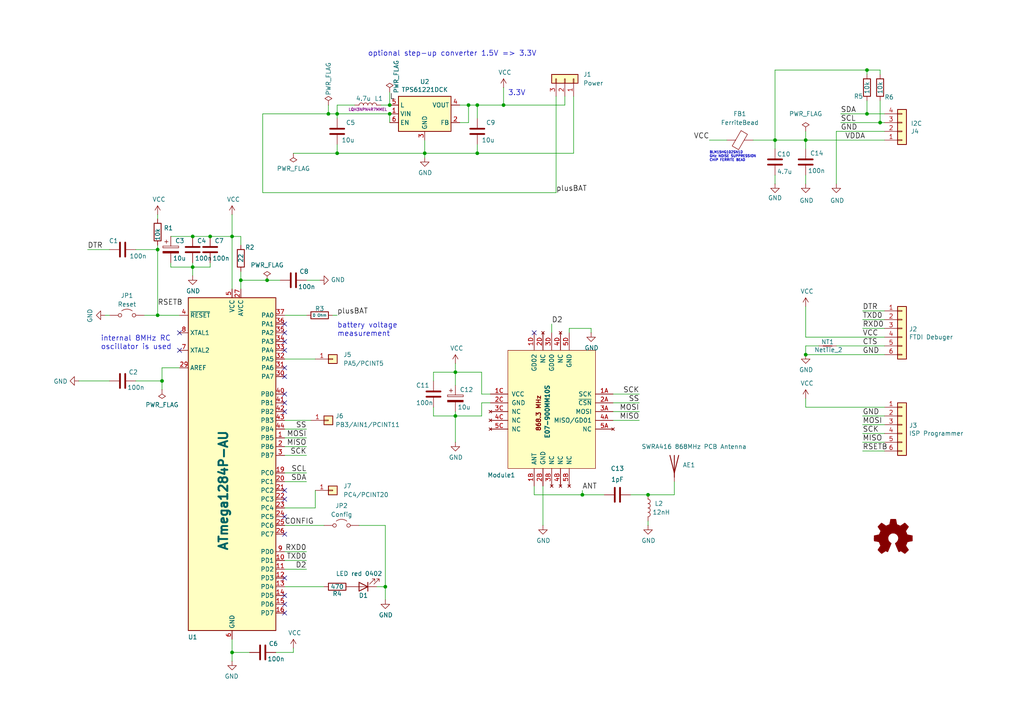
<source format=kicad_sch>
(kicad_sch (version 20231120) (generator "eeschema") (generator_version "8.0")
  (paper "A4")
  (title_block (title "HB_Stamp_ATMega1284P_FUEL4EP") (date "2024-09-29") (rev "1.4") (company "(C) FUEL4EP") (comment 1 "Creative Commons License, non-commercial") (comment 2 "PCB thickness: 0.8 mm") (comment 3 "ATMega1284P (TQFP)  with eByte E07 900MM10S transceiver module") (comment 4 "AsksinPP stamp module with PCB 868MHz SWRA416 antenna"))
  (lib_symbols
    (symbol "Connector_Generic:Conn_01x01" (pin_names (offset 1.016) hide)
      (property "Reference" "J" (at 0 2.54 0))
      (property "Value" "Conn_01x01" (at 0 -2.54 0))
      (symbol "Conn_01x01_1_1"
        (pin passive line (at -5.08 0 0) (length 3.81) (name "Pin_1") (number "1"))
      )
    )
    (symbol "Connector_Generic:Conn_01x03" (pin_names (offset 1.016) hide)
      (property "Reference" "J" (at 0 5.08 0))
      (property "Value" "Conn_01x03" (at 0 -5.08 0))
      (symbol "Conn_01x03_1_1"
        (pin passive line (at -5.08 2.54 0) (length 3.81) (name "Pin_1") (number "1"))
        (pin passive line (at -5.08 0 0) (length 3.81) (name "Pin_2") (number "2"))
        (pin passive line (at -5.08 -2.54 0) (length 3.81) (name "Pin_3") (number "3"))
      )
    )
    (symbol "Connector_Generic:Conn_01x04" (pin_names (offset 1.016) hide)
      (property "Reference" "J" (at 0 5.08 0))
      (property "Value" "Conn_01x04" (at 0 -7.62 0))
      (symbol "Conn_01x04_1_1"
        (pin passive line (at -5.08 2.54 0) (length 3.81) (name "Pin_1") (number "1"))
        (pin passive line (at -5.08 0 0) (length 3.81) (name "Pin_2") (number "2"))
        (pin passive line (at -5.08 -2.54 0) (length 3.81) (name "Pin_3") (number "3"))
        (pin passive line (at -5.08 -5.08 0) (length 3.81) (name "Pin_4") (number "4"))
      )
    )
    (symbol "Connector_Generic:Conn_01x06" (pin_names (offset 1.016) hide)
      (property "Reference" "J" (at 0 7.62 0))
      (property "Value" "Conn_01x06" (at 0 -10.16 0))
      (symbol "Conn_01x06_1_1"
        (pin passive line (at -5.08 5.08 0) (length 3.81) (name "Pin_1") (number "1"))
        (pin passive line (at -5.08 2.54 0) (length 3.81) (name "Pin_2") (number "2"))
        (pin passive line (at -5.08 0 0) (length 3.81) (name "Pin_3") (number "3"))
        (pin passive line (at -5.08 -2.54 0) (length 3.81) (name "Pin_4") (number "4"))
        (pin passive line (at -5.08 -5.08 0) (length 3.81) (name "Pin_5") (number "5"))
        (pin passive line (at -5.08 -7.62 0) (length 3.81) (name "Pin_6") (number "6"))
      )
    )
    (symbol "Device:Antenna" (pin_numbers hide) (pin_names (offset 1.016) hide)
      (property "Reference" "AE" (at -1.905 1.905 0))
      (property "Value" "Antenna" (at -1.905 0 0))
      (symbol "Antenna_1_1"
        (pin input line (at 0 -5.08 90) (length 2.54) (name "A") (number "1"))
      )
    )
    (symbol "Device:C" (pin_numbers hide) (pin_names (offset 0.254))
      (property "Reference" "C" (at 0.635 2.54 0))
      (property "Value" "C" (at 0.635 -2.54 0))
      (symbol "C_1_1"
        (pin passive line (at 0 3.81 270) (length 2.794) (name "~") (number "1"))
        (pin passive line (at 0 -3.81 90) (length 2.794) (name "~") (number "2"))
      )
    )
    (symbol "Device:C_Polarized" (pin_numbers hide) (pin_names (offset 0.254))
      (property "Reference" "C" (at 0.635 2.54 0))
      (property "Value" "C_Polarized" (at 0.635 -2.54 0))
      (symbol "C_Polarized_1_1"
        (pin passive line (at 0 3.81 270) (length 2.794) (name "~") (number "1"))
        (pin passive line (at 0 -3.81 90) (length 2.794) (name "~") (number "2"))
      )
    )
    (symbol "Device:FerriteBead" (pin_numbers hide) (pin_names (offset 0))
      (property "Reference" "FB" (at -3.81 0.635 90))
      (property "Value" "FerriteBead" (at 3.81 0 90))
      (symbol "FerriteBead_1_1"
        (pin passive line (at 0 3.81 270) (length 2.54) (name "~") (number "1"))
        (pin passive line (at 0 -3.81 90) (length 2.54) (name "~") (number "2"))
      )
    )
    (symbol "Device:L" (pin_numbers hide) (pin_names (offset 1.016) hide)
      (property "Reference" "L" (at -1.27 0 90))
      (property "Value" "L" (at 1.905 0 90))
      (symbol "L_1_1"
        (pin passive line (at 0 3.81 270) (length 1.27) (name "1") (number "1"))
        (pin passive line (at 0 -3.81 90) (length 1.27) (name "2") (number "2"))
      )
    )
    (symbol "Device:LED" (pin_numbers hide) (pin_names (offset 1.016) hide)
      (property "Reference" "D" (at 0 2.54 0))
      (property "Value" "LED" (at 0 -2.54 0))
      (symbol "LED_1_1"
        (pin passive line (at -3.81 0 0) (length 2.54) (name "K") (number "1"))
        (pin passive line (at 3.81 0 180) (length 2.54) (name "A") (number "2"))
      )
    )
    (symbol "Device:NetTie_2" (pin_numbers hide) (pin_names (offset 0) hide) (in_bom no)
      (property "Reference" "NT" (at 0 1.27 0))
      (property "Value" "NetTie_2" (at 0 -1.27 0))
      (symbol "NetTie_2_1_1"
        (pin passive line (at -2.54 0 0) (length 2.54) (name "1") (number "1"))
        (pin passive line (at 2.54 0 180) (length 2.54) (name "2") (number "2"))
      )
    )
    (symbol "Device:R" (pin_numbers hide) (pin_names (offset 0))
      (property "Reference" "R" (at 2.032 0 90))
      (property "Value" "R" (at 0 0 90))
      (symbol "R_1_1"
        (pin passive line (at 0 3.81 270) (length 1.27) (name "~") (number "1"))
        (pin passive line (at 0 -3.81 90) (length 1.27) (name "~") (number "2"))
      )
    )
    (symbol "FUEL4EP:E07-900MM10S" (pin_names (offset 1.016))
      (property "Reference" "Module" (at 0.635 -1.905 0))
      (property "Value" "E07-900MM10S" (at 11.43 15.875 90))
      (symbol "E07-900MM10S_0_0"
        (text "868.3 MHz" (at 8.89 10.795 900) (effects (font (size 1.27 1.27) (bold yes)) (justify left)))
        (pin input line (at 30.48 21.59 180) (length 5.08) (name "SCK") (number "1A"))
        (pin output line (at 7.62 -5.08 90) (length 5.08) (name "ANT") (number "1B"))
        (pin output line (at 7.62 39.37 270) (length 5.08) (name "GD02") (number "1D"))
        (pin input line (at 30.48 19.05 180) (length 5.08) (name "~{CSN}") (number "2A"))
        (pin power_in line (at 10.16 -5.08 90) (length 5.08) (name "GND") (number "2B"))
        (pin power_in line (at -5.08 19.05 0) (length 5.08) (name "GND") (number "2C"))
        (pin input line (at 30.48 16.51 180) (length 5.08) (name "MOSI") (number "3A"))
        (pin no_connect line (at -5.08 16.51 0) (length 5.08) (name "NC") (number "3C"))
        (pin output line (at 12.7 39.37 270) (length 5.08) (name "GD00") (number "3D"))
        (pin tri_state line (at 30.48 13.97 180) (length 5.08) (name "MISO/GD01") (number "4A"))
      )
      (symbol "E07-900MM10S_1_1"
        (pin power_in line (at -5.08 21.59 0) (length 5.08) (name "VCC") (number "1C"))
        (pin no_connect line (at 10.16 39.37 270) (length 5.08) (name "NC") (number "2D"))
        (pin no_connect line (at 12.7 -5.08 90) (length 5.08) (name "NC") (number "3B"))
        (pin no_connect line (at 15.24 -5.08 90) (length 5.08) (name "NC") (number "4B"))
        (pin no_connect line (at -5.08 13.97 0) (length 5.08) (name "NC") (number "4C"))
        (pin no_connect line (at 15.24 39.37 270) (length 5.08) (name "NC") (number "4D"))
        (pin no_connect line (at 30.48 11.43 180) (length 5.08) (name "NC") (number "5A"))
        (pin no_connect line (at 17.78 -5.08 90) (length 5.08) (name "NC") (number "5B"))
        (pin no_connect line (at -5.08 11.43 0) (length 5.08) (name "NC") (number "5C"))
        (pin power_in line (at 17.78 39.37 270) (length 5.08) (name "GND") (number "5D"))
      )
    )
    (symbol "Graphic:Logo_Open_Hardware_Small" (in_bom no) (on_board no))
    (symbol "Jumper:Jumper_2_Open" (pin_numbers hide) (pin_names (offset 0) hide) (exclude_from_sim yes)
      (property "Reference" "JP" (at 0 2.794 0))
      (property "Value" "Jumper_2_Open" (at 0 -2.286 0))
      (symbol "Jumper_2_Open_1_1"
        (pin passive line (at -5.08 0 0) (length 2.54) (name "A") (number "1"))
        (pin passive line (at 5.08 0 180) (length 2.54) (name "B") (number "2"))
      )
    )
    (symbol "MCU_Microchip_ATmega:ATmega1284P-A"
      (property "Reference" "U" (at -12.7 49.53 0))
      (property "Value" "ATmega1284P-A" (at 2.54 -49.53 0))
      (symbol "ATmega1284P-A_1_1"
        (pin bidirectional line (at 15.24 7.62 180) (length 2.54) (name "PB5") (number "1"))
        (pin bidirectional line (at 15.24 -27.94 180) (length 2.54) (name "PD1") (number "10"))
        (pin bidirectional line (at 15.24 -30.48 180) (length 2.54) (name "PD2") (number "11"))
        (pin bidirectional line (at 15.24 -33.02 180) (length 2.54) (name "PD3") (number "12"))
        (pin bidirectional line (at 15.24 -35.56 180) (length 2.54) (name "PD4") (number "13"))
        (pin bidirectional line (at 15.24 -38.1 180) (length 2.54) (name "PD5") (number "14"))
        (pin bidirectional line (at 15.24 -40.64 180) (length 2.54) (name "PD6") (number "15"))
        (pin bidirectional line (at 15.24 -43.18 180) (length 2.54) (name "PD7") (number "16"))
        (pin passive line (at 0 50.8 270) (length 2.54) hide (name "VCC") (number "17"))
        (pin passive line (at 0 -50.8 90) (length 2.54) hide (name "GND") (number "18"))
        (pin bidirectional line (at 15.24 -2.54 180) (length 2.54) (name "PC0") (number "19"))
        (pin bidirectional line (at 15.24 5.08 180) (length 2.54) (name "PB6") (number "2"))
        (pin bidirectional line (at 15.24 -5.08 180) (length 2.54) (name "PC1") (number "20"))
        (pin bidirectional line (at 15.24 -7.62 180) (length 2.54) (name "PC2") (number "21"))
        (pin bidirectional line (at 15.24 -10.16 180) (length 2.54) (name "PC3") (number "22"))
        (pin bidirectional line (at 15.24 -12.7 180) (length 2.54) (name "PC4") (number "23"))
        (pin bidirectional line (at 15.24 -15.24 180) (length 2.54) (name "PC5") (number "24"))
        (pin bidirectional line (at 15.24 -17.78 180) (length 2.54) (name "PC6") (number "25"))
        (pin bidirectional line (at 15.24 -20.32 180) (length 2.54) (name "PC7") (number "26"))
        (pin power_in line (at 2.54 50.8 270) (length 2.54) (name "AVCC") (number "27"))
        (pin passive line (at 0 -50.8 90) (length 2.54) hide (name "GND") (number "28"))
        (pin passive line (at -15.24 27.94 0) (length 2.54) (name "AREF") (number "29"))
        (pin bidirectional line (at 15.24 2.54 180) (length 2.54) (name "PB7") (number "3"))
        (pin bidirectional line (at 15.24 25.4 180) (length 2.54) (name "PA7") (number "30"))
        (pin bidirectional line (at 15.24 27.94 180) (length 2.54) (name "PA6") (number "31"))
        (pin bidirectional line (at 15.24 30.48 180) (length 2.54) (name "PA5") (number "32"))
        (pin bidirectional line (at 15.24 33.02 180) (length 2.54) (name "PA4") (number "33"))
        (pin bidirectional line (at 15.24 35.56 180) (length 2.54) (name "PA3") (number "34"))
        (pin bidirectional line (at 15.24 38.1 180) (length 2.54) (name "PA2") (number "35"))
        (pin bidirectional line (at 15.24 40.64 180) (length 2.54) (name "PA1") (number "36"))
        (pin bidirectional line (at 15.24 43.18 180) (length 2.54) (name "PA0") (number "37"))
        (pin passive line (at 0 50.8 270) (length 2.54) hide (name "VCC") (number "38"))
        (pin passive line (at 0 -50.8 90) (length 2.54) hide (name "GND") (number "39"))
        (pin input line (at -15.24 43.18 0) (length 2.54) (name "~{RESET}") (number "4"))
        (pin bidirectional line (at 15.24 20.32 180) (length 2.54) (name "PB0") (number "40"))
        (pin bidirectional line (at 15.24 17.78 180) (length 2.54) (name "PB1") (number "41"))
        (pin bidirectional line (at 15.24 15.24 180) (length 2.54) (name "PB2") (number "42"))
        (pin bidirectional line (at 15.24 12.7 180) (length 2.54) (name "PB3") (number "43"))
        (pin bidirectional line (at 15.24 10.16 180) (length 2.54) (name "PB4") (number "44"))
        (pin power_in line (at 0 50.8 270) (length 2.54) (name "VCC") (number "5"))
        (pin power_in line (at 0 -50.8 90) (length 2.54) (name "GND") (number "6"))
        (pin output line (at -15.24 33.02 0) (length 2.54) (name "XTAL2") (number "7"))
        (pin input line (at -15.24 38.1 0) (length 2.54) (name "XTAL1") (number "8"))
        (pin bidirectional line (at 15.24 -25.4 180) (length 2.54) (name "PD0") (number "9"))
      )
    )
    (symbol "Regulator_Switching:TPS61221DCK"
      (property "Reference" "U" (at -7.62 6.35 0))
      (property "Value" "TPS61221DCK" (at 2.54 6.35 0))
      (symbol "TPS61221DCK_1_1"
        (pin power_in line (at -10.16 0 0) (length 2.54) (name "VIN") (number "1"))
        (pin input line (at 10.16 -2.54 180) (length 2.54) (name "FB") (number "2"))
        (pin power_in line (at 0 -7.62 90) (length 2.54) (name "GND") (number "3"))
        (pin power_out line (at 10.16 2.54 180) (length 2.54) (name "VOUT") (number "4"))
        (pin power_in line (at -10.16 2.54 0) (length 2.54) (name "L") (number "5"))
        (pin input line (at -10.16 -2.54 0) (length 2.54) (name "EN") (number "6"))
      )
    )
    (symbol "power:GND" (power) (pin_numbers hide) (pin_names (offset 0) hide)
      (property "Value" "GND" (at 0 -3.81 0))
      (symbol "GND_1_1"
        (pin power_in line (at 0 0 270) (length 0) (name "~") (number "1"))
      )
    )
    (symbol "power:PWR_FLAG" (power) (pin_numbers hide) (pin_names (offset 0) hide)
      (property "Value" "PWR_FLAG" (at 0 3.81 0))
      (symbol "PWR_FLAG_0_0"
        (pin power_out line (at 0 0 90) (length 0) (name "~") (number "1"))
      )
    )
    (symbol "power:VCC" (power) (pin_numbers hide) (pin_names (offset 0) hide)
      (property "Value" "VCC" (at 0 3.556 0))
      (symbol "VCC_1_1"
        (pin power_in line (at 0 0 90) (length 0) (name "~") (number "1"))
      )
    )
  )
  (junction (at 111.76 170.18))
  (junction (at 123.19 44.45))
  (junction (at 168.91 143.51))
  (junction (at 113.03 30.48))
  (junction (at 46.99 110.49))
  (junction (at 95.25 33.02))
  (junction (at 67.31 189.23))
  (junction (at 255.27 35.56))
  (junction (at 187.96 143.51))
  (junction (at 69.85 81.28))
  (junction (at 132.08 107.95))
  (junction (at 138.43 30.48))
  (junction (at 138.43 44.45))
  (junction (at 146.05 30.48))
  (junction (at 55.88 77.47))
  (junction (at 77.47 81.28))
  (junction (at 113.03 33.02))
  (junction (at 97.79 44.45))
  (junction (at 55.88 68.58))
  (junction (at 233.68 102.87))
  (junction (at 135.89 30.48))
  (junction (at 132.08 120.65))
  (junction (at 97.79 33.02))
  (junction (at 233.68 40.64))
  (junction (at 45.72 72.39))
  (junction (at 60.96 68.58))
  (junction (at 67.31 68.58))
  (junction (at 45.72 91.44))
  (junction (at 251.46 33.02))
  (junction (at 251.46 20.32))
  (junction (at 224.79 40.64))
  (no_connect (at 82.55 154.94))
  (no_connect (at 82.55 99.06))
  (no_connect (at 52.07 101.6))
  (no_connect (at 82.55 149.86))
  (no_connect (at 82.55 175.26))
  (no_connect (at 82.55 116.84))
  (no_connect (at 154.94 96.52))
  (no_connect (at 82.55 101.6))
  (no_connect (at 82.55 142.24))
  (no_connect (at 82.55 119.38))
  (no_connect (at 82.55 109.22))
  (no_connect (at 82.55 172.72))
  (no_connect (at 52.07 96.52))
  (no_connect (at 82.55 167.64))
  (no_connect (at 82.55 144.78))
  (no_connect (at 82.55 93.98))
  (no_connect (at 82.55 177.8))
  (no_connect (at 82.55 96.52))
  (no_connect (at 82.55 114.3))
  (no_connect (at 82.55 106.68))
  (wire (pts (xy 113.03 30.48) (xy 110.49 30.48)))
  (wire (pts (xy 104.14 152.4) (xy 111.76 152.4)))
  (wire (pts (xy 251.46 33.02) (xy 256.54 33.02)))
  (wire (pts (xy 233.68 38.1) (xy 233.68 40.64)))
  (wire (pts (xy 177.8 119.38) (xy 185.42 119.38)))
  (wire (pts (xy 31.75 72.39) (xy 25.4 72.39)))
  (wire (pts (xy 67.31 68.58) (xy 67.31 83.82)))
  (wire (pts (xy 39.37 110.49) (xy 46.99 110.49)))
  (wire (pts (xy 82.55 165.1) (xy 88.9 165.1)))
  (wire (pts (xy 132.08 128.27) (xy 132.08 120.65)))
  (wire (pts (xy 97.79 33.02) (xy 95.25 33.02)))
  (wire (pts (xy 113.03 30.48) (xy 113.03 26.67)))
  (wire (pts (xy 45.72 71.12) (xy 45.72 72.39)))
  (wire (pts (xy 233.68 40.64) (xy 256.54 40.64)))
  (wire (pts (xy 138.43 44.45) (xy 138.43 41.91)))
  (wire (pts (xy 146.05 30.48) (xy 163.83 30.48)))
  (wire (pts (xy 125.73 107.95) (xy 125.73 110.49)))
  (wire (pts (xy 76.2 55.88) (xy 161.29 55.88)))
  (wire (pts (xy 69.85 81.28) (xy 69.85 83.82)))
  (wire (pts (xy 182.88 143.51) (xy 187.96 143.51)))
  (wire (pts (xy 82.55 124.46) (xy 88.9 124.46)))
  (wire (pts (xy 132.08 120.65) (xy 125.73 120.65)))
  (wire (pts (xy 91.44 142.24) (xy 91.44 147.32)))
  (wire (pts (xy 55.88 77.47) (xy 55.88 80.01)))
  (wire (pts (xy 177.8 114.3) (xy 185.42 114.3)))
  (wire (pts (xy 233.68 50.8) (xy 233.68 53.34)))
  (wire (pts (xy 233.68 97.79) (xy 233.68 88.9)))
  (wire (pts (xy 111.76 170.18) (xy 111.76 173.99)))
  (wire (pts (xy 82.55 162.56) (xy 88.9 162.56)))
  (wire (pts (xy 138.43 44.45) (xy 166.37 44.45)))
  (wire (pts (xy 81.28 81.28) (xy 77.47 81.28)))
  (wire (pts (xy 46.99 110.49) (xy 46.99 106.68)))
  (wire (pts (xy 171.45 95.25) (xy 171.45 96.52)))
  (wire (pts (xy 233.68 40.64) (xy 233.68 43.18)))
  (wire (pts (xy 256.54 128.27) (xy 250.19 128.27)))
  (wire (pts (xy 233.68 100.33) (xy 237.49 100.33)))
  (wire (pts (xy 97.79 44.45) (xy 123.19 44.45)))
  (wire (pts (xy 139.7 120.65) (xy 132.08 120.65)))
  (wire (pts (xy 67.31 68.58) (xy 69.85 68.58)))
  (wire (pts (xy 82.55 160.02) (xy 88.9 160.02)))
  (wire (pts (xy 139.7 107.95) (xy 132.08 107.95)))
  (wire (pts (xy 82.55 104.14) (xy 91.44 104.14)))
  (wire (pts (xy 95.25 30.48) (xy 95.25 33.02)))
  (wire (pts (xy 125.73 118.11) (xy 125.73 120.65)))
  (wire (pts (xy 168.91 142.24) (xy 168.91 143.51)))
  (wire (pts (xy 132.08 105.41) (xy 132.08 107.95)))
  (wire (pts (xy 49.53 76.2) (xy 49.53 77.47)))
  (wire (pts (xy 256.54 95.25) (xy 250.19 95.25)))
  (wire (pts (xy 255.27 20.32) (xy 255.27 21.59)))
  (wire (pts (xy 97.79 33.02) (xy 113.03 33.02)))
  (wire (pts (xy 123.19 44.45) (xy 138.43 44.45)))
  (wire (pts (xy 256.54 118.11) (xy 233.68 118.11)))
  (wire (pts (xy 97.79 33.02) (xy 97.79 34.29)))
  (wire (pts (xy 97.79 30.48) (xy 102.87 30.48)))
  (wire (pts (xy 139.7 116.84) (xy 139.7 120.65)))
  (wire (pts (xy 67.31 185.42) (xy 67.31 189.23)))
  (wire (pts (xy 109.22 170.18) (xy 111.76 170.18)))
  (wire (pts (xy 113.03 35.56) (xy 113.03 33.02)))
  (wire (pts (xy 255.27 35.56) (xy 256.54 35.56)))
  (wire (pts (xy 82.55 127) (xy 88.9 127)))
  (wire (pts (xy 82.55 129.54) (xy 88.9 129.54)))
  (wire (pts (xy 45.72 91.44) (xy 52.07 91.44)))
  (wire (pts (xy 187.96 143.51) (xy 195.58 143.51)))
  (wire (pts (xy 82.55 132.08) (xy 88.9 132.08)))
  (wire (pts (xy 157.48 140.97) (xy 157.48 152.4)))
  (wire (pts (xy 82.55 137.16) (xy 88.9 137.16)))
  (wire (pts (xy 67.31 62.23) (xy 67.31 68.58)))
  (wire (pts (xy 242.57 100.33) (xy 256.54 100.33)))
  (wire (pts (xy 205.74 40.64) (xy 210.82 40.64)))
  (wire (pts (xy 243.84 35.56) (xy 255.27 35.56)))
  (wire (pts (xy 142.24 114.3) (xy 139.7 114.3)))
  (wire (pts (xy 224.79 40.64) (xy 233.68 40.64)))
  (wire (pts (xy 132.08 107.95) (xy 125.73 107.95)))
  (wire (pts (xy 82.55 152.4) (xy 93.98 152.4)))
  (wire (pts (xy 41.91 91.44) (xy 45.72 91.44)))
  (wire (pts (xy 97.79 30.48) (xy 97.79 33.02)))
  (wire (pts (xy 224.79 20.32) (xy 251.46 20.32)))
  (wire (pts (xy 49.53 68.58) (xy 55.88 68.58)))
  (wire (pts (xy 165.1 95.25) (xy 171.45 95.25)))
  (wire (pts (xy 146.05 25.4) (xy 146.05 30.48)))
  (wire (pts (xy 187.96 151.13) (xy 187.96 152.4)))
  (wire (pts (xy 224.79 50.8) (xy 224.79 53.34)))
  (wire (pts (xy 242.57 38.1) (xy 242.57 53.34)))
  (wire (pts (xy 22.86 110.49) (xy 31.75 110.49)))
  (wire (pts (xy 163.83 30.48) (xy 163.83 27.94)))
  (wire (pts (xy 96.52 91.44) (xy 97.79 91.44)))
  (wire (pts (xy 46.99 106.68) (xy 52.07 106.68)))
  (wire (pts (xy 69.85 81.28) (xy 77.47 81.28)))
  (wire (pts (xy 80.01 189.23) (xy 85.09 189.23)))
  (wire (pts (xy 233.68 118.11) (xy 233.68 115.57)))
  (wire (pts (xy 251.46 20.32) (xy 255.27 20.32)))
  (wire (pts (xy 55.88 76.2) (xy 55.88 77.47)))
  (wire (pts (xy 93.98 170.18) (xy 82.55 170.18)))
  (wire (pts (xy 255.27 29.21) (xy 255.27 35.56)))
  (wire (pts (xy 138.43 30.48) (xy 138.43 34.29)))
  (wire (pts (xy 251.46 29.21) (xy 251.46 33.02)))
  (wire (pts (xy 69.85 71.12) (xy 69.85 68.58)))
  (wire (pts (xy 256.54 123.19) (xy 250.19 123.19)))
  (wire (pts (xy 135.89 35.56) (xy 135.89 30.48)))
  (wire (pts (xy 133.35 35.56) (xy 135.89 35.56)))
  (wire (pts (xy 154.94 140.97) (xy 154.94 143.51)))
  (wire (pts (xy 88.9 81.28) (xy 92.71 81.28)))
  (wire (pts (xy 218.44 40.64) (xy 224.79 40.64)))
  (wire (pts (xy 82.55 121.92) (xy 90.17 121.92)))
  (wire (pts (xy 55.88 68.58) (xy 60.96 68.58)))
  (wire (pts (xy 60.96 68.58) (xy 67.31 68.58)))
  (wire (pts (xy 175.26 143.51) (xy 168.91 143.51)))
  (wire (pts (xy 132.08 107.95) (xy 132.08 111.76)))
  (wire (pts (xy 67.31 189.23) (xy 72.39 189.23)))
  (wire (pts (xy 224.79 40.64) (xy 224.79 43.18)))
  (wire (pts (xy 111.76 152.4) (xy 111.76 170.18)))
  (wire (pts (xy 132.08 120.65) (xy 132.08 119.38)))
  (wire (pts (xy 39.37 72.39) (xy 45.72 72.39)))
  (wire (pts (xy 165.1 96.52) (xy 165.1 95.25)))
  (wire (pts (xy 46.99 113.03) (xy 46.99 110.49)))
  (wire (pts (xy 82.55 147.32) (xy 91.44 147.32)))
  (wire (pts (xy 195.58 139.7) (xy 195.58 143.51)))
  (wire (pts (xy 177.8 116.84) (xy 185.42 116.84)))
  (wire (pts (xy 256.54 90.17) (xy 250.19 90.17)))
  (wire (pts (xy 67.31 189.23) (xy 67.31 191.77)))
  (wire (pts (xy 135.89 30.48) (xy 133.35 30.48)))
  (wire (pts (xy 138.43 30.48) (xy 135.89 30.48)))
  (wire (pts (xy 161.29 55.88) (xy 161.29 27.94)))
  (wire (pts (xy 177.8 121.92) (xy 185.42 121.92)))
  (wire (pts (xy 243.84 33.02) (xy 251.46 33.02)))
  (wire (pts (xy 85.09 44.45) (xy 97.79 44.45)))
  (wire (pts (xy 97.79 44.45) (xy 97.79 41.91)))
  (wire (pts (xy 139.7 114.3) (xy 139.7 107.95)))
  (wire (pts (xy 123.19 40.64) (xy 123.19 44.45)))
  (wire (pts (xy 82.55 139.7) (xy 88.9 139.7)))
  (wire (pts (xy 256.54 92.71) (xy 250.19 92.71)))
  (wire (pts (xy 55.88 77.47) (xy 60.96 77.47)))
  (wire (pts (xy 256.54 125.73) (xy 250.19 125.73)))
  (wire (pts (xy 251.46 20.32) (xy 251.46 21.59)))
  (wire (pts (xy 142.24 116.84) (xy 139.7 116.84)))
  (wire (pts (xy 233.68 102.87) (xy 256.54 102.87)))
  (wire (pts (xy 85.09 189.23) (xy 85.09 187.96)))
  (wire (pts (xy 60.96 76.2) (xy 60.96 77.47)))
  (wire (pts (xy 76.2 55.88) (xy 76.2 33.02)))
  (wire (pts (xy 45.72 72.39) (xy 45.72 91.44)))
  (wire (pts (xy 49.53 77.47) (xy 55.88 77.47)))
  (wire (pts (xy 256.54 38.1) (xy 242.57 38.1)))
  (wire (pts (xy 45.72 62.23) (xy 45.72 63.5)))
  (wire (pts (xy 123.19 44.45) (xy 123.19 45.72)))
  (wire (pts (xy 256.54 130.81) (xy 250.19 130.81)))
  (wire (pts (xy 233.68 100.33) (xy 233.68 102.87)))
  (wire (pts (xy 224.79 40.64) (xy 224.79 20.32)))
  (wire (pts (xy 166.37 27.94) (xy 166.37 44.45)))
  (wire (pts (xy 30.48 91.44) (xy 31.75 91.44)))
  (wire (pts (xy 138.43 30.48) (xy 146.05 30.48)))
  (wire (pts (xy 168.91 143.51) (xy 154.94 143.51)))
  (wire (pts (xy 160.02 93.98) (xy 160.02 96.52)))
  (wire (pts (xy 69.85 78.74) (xy 69.85 81.28)))
  (wire (pts (xy 250.19 120.65) (xy 256.54 120.65)))
  (wire (pts (xy 76.2 33.02) (xy 95.25 33.02)))
  (wire (pts (xy 82.55 91.44) (xy 88.9 91.44)))
  (wire (pts (xy 233.68 97.79) (xy 256.54 97.79)))
  (text "battery voltage\nmeasurement" (at 97.79 97.79 0) (effects (font (size 1.524 1.524)) (justify left bottom)))
  (text "internal 8MHz RC\noscillator is used" (at 29.21 101.6 0) (effects (font (size 1.524 1.524)) (justify left bottom)))
  (text "BLM15HG102SN1D\nGHz NOISE SUPPRESSION\nCHIP FERRITE BEAD" (at 205.74 46.99 0) (effects (font (size 0.7 0.7)) (justify left bottom)))
  (text "3.3V" (at 147.32 27.94 0) (effects (font (size 1.524 1.524)) (justify left bottom)))
  (text "optional step-up converter 1.5V => 3.3V" (at 106.68 16.51 0) (effects (font (size 1.524 1.524)) (justify left bottom)))
  (label "SCL" (at 88.9 137.16 180) (effects (font (size 1.524 1.524))))
  (label "MOSI" (at 185.42 119.38 180) (effects (font (size 1.524 1.524))))
  (label "SS" (at 185.42 116.84 180) (effects (font (size 1.524 1.524))))
  (label "SDA" (at 88.9 139.7 180) (effects (font (size 1.524 1.524))))
  (label "VCC" (at 250.19 97.79 0) (effects (font (size 1.524 1.524))))
  (label "MOSI" (at 88.9 127 180) (effects (font (size 1.524 1.524))))
  (label "MISO" (at 185.42 121.92 180) (effects (font (size 1.524 1.524))))
  (label "D2" (at 88.9 165.1 180) (effects (font (size 1.524 1.524))))
  (label "D2" (at 160.02 93.98 0) (effects (font (size 1.524 1.524))))
  (label "SCK" (at 250.19 125.73 0) (effects (font (size 1.524 1.524))))
  (label "MISO" (at 250.19 128.27 0) (effects (font (size 1.524 1.524))))
  (label "DTR" (at 250.19 90.17 0) (effects (font (size 1.524 1.524))))
  (label "SCL" (at 243.84 35.56 0) (effects (font (size 1.524 1.524))))
  (label "VCC" (at 205.74 40.64 180) (effects (font (size 1.524 1.524))))
  (label "GND" (at 243.84 38.1 0) (effects (font (size 1.524 1.524))))
  (label "CONFIG" (at 82.55 152.4 0) (effects (font (size 1.524 1.524))))
  (label "VDDA" (at 245.11 40.64 0) (effects (font (size 1.524 1.524))))
  (label "SDA" (at 243.84 33.02 0) (effects (font (size 1.524 1.524))))
  (label "RSETB" (at 45.72 88.9 0) (effects (font (size 1.524 1.524))))
  (label "TXD0" (at 250.19 92.71 0) (effects (font (size 1.524 1.524))))
  (label "ANT" (at 168.91 142.24 0) (effects (font (size 1.524 1.524))))
  (label "CTS" (at 250.19 100.33 0) (effects (font (size 1.524 1.524))))
  (label "GND" (at 250.19 102.87 0) (effects (font (size 1.524 1.524))))
  (label "GND" (at 250.19 120.65 0) (effects (font (size 1.524 1.524))))
  (label "L" (at 113.03 29.21 0) (effects (font (size 1.524 1.524))))
  (label "plusBAT" (at 161.29 55.88 0) (effects (font (size 1.524 1.524))))
  (label "SS" (at 88.9 124.46 180) (effects (font (size 1.524 1.524))))
  (label "DTR" (at 25.4 72.39 0) (effects (font (size 1.524 1.524))))
  (label "MISO" (at 88.9 129.54 180) (effects (font (size 1.524 1.524))))
  (label "SCK" (at 185.42 114.3 180) (effects (font (size 1.524 1.524))))
  (label "TXD0" (at 88.9 162.56 180) (effects (font (size 1.524 1.524))))
  (label "MOSI" (at 250.19 123.19 0) (effects (font (size 1.524 1.524))))
  (label "RXD0" (at 88.9 160.02 180) (effects (font (size 1.524 1.524))))
  (label "RXD0" (at 250.19 95.25 0) (effects (font (size 1.524 1.524))))
  (label "plusBAT" (at 97.79 91.44 0) (effects (font (size 1.524 1.524))))
  (label "RSETB" (at 250.19 130.81 0) (effects (font (size 1.524 1.524))))
  (label "SCK" (at 88.9 132.08 180) (effects (font (size 1.524 1.524))))
  (symbol (lib_id "Device:LED") (at 105.41 170.18 180) (unit 1)
    (property "Reference" "D1" (at 105.41 172.72 0))
    (property "Value" "LED red 0402" (at 104.14 166.37 0))
    (property "Footprint" "LED_SMD:LED_0402_1005Metric" (effects (hide yes)))
    (property "Description" "Light emitting diode" (effects (hide yes)))
    (property "TYPE" "0402" (effects (hide yes)))
    (property "LCSC" "C273598" (effects (hide yes)))
  )
  (symbol (lib_id "Device:R") (at 97.79 170.18 90) (mirror x) (unit 1)
    (property "Reference" "R4" (at 97.79 172.212 90))
    (property "Value" "470" (at 97.79 170.18 90))
    (property "Footprint" "Resistor_SMD:R_0402_1005Metric" (effects (hide yes)))
    (property "Description" "Resistor" (effects (hide yes)))
    (property "TYPE" "0402" (effects (hide yes)))
    (property "LCSC" "C25117" (effects (hide yes)))
  )
  (symbol (lib_id "Connector_Generic:Conn_01x06") (at 261.62 123.19 0) (unit 1)
    (property "Reference" "J3" (at 263.652 123.3932 0) (effects (justify left)))
    (property "Value" "ISP Programmer" (at 263.652 125.7046 0) (effects (justify left)))
    (property "Footprint" "FUEL4EP:PogoPinHeader_SMD_1x06_P2.54mm_Vertical" (effects (hide yes)))
    (property "Description" "Generic connector, single row, 01x06, script generated (kicad-library-utils/schlib/autogen/connector/)" (effects (hide yes)))
    (property "TYPE" "0" (effects (hide yes)))
  )
  (symbol (lib_id "power:GND") (at 132.08 128.27 0) (unit 1)
    (property "Reference" "#PWR012" (effects (hide yes)))
    (property "Value" "GND" (at 132.207 132.6642 0))
    (property "Description" "Power symbol creates a global label with name \"GND\" , ground" (effects (hide yes)))
  )
  (symbol (lib_id "power:VCC") (at 132.08 105.41 0) (unit 1)
    (property "Reference" "#PWR011" (effects (hide yes)))
    (property "Value" "VCC" (at 132.461 101.0158 0))
    (property "Description" "Power symbol creates a global label with name \"VCC\"" (effects (hide yes)))
  )
  (symbol (lib_id "Graphic:Logo_Open_Hardware_Small") (at 259.08 156.21 0) (unit 1) (exclude_from_sim yes) (in_bom no)
    (property "Reference" "LOGO1" (effects (hide yes)))
    (property "Value" "Logo_Open_Hardware_Small" (effects (hide yes)))
    (property "Footprint" "FUEL4EP:CC-BY-ND-SA" (effects (hide yes)))
    (property "Description" "Open Hardware logo, small" (effects (hide yes)))
    (property "TYPE" "0" (effects (hide yes)))
  )
  (symbol (lib_id "MCU_Microchip_ATmega:ATmega1284P-A") (at 67.31 134.62 0) (unit 1)
    (property "Reference" "U1" (at 55.88 184.785 0))
    (property "Value" "ATmega1284P-AU" (at 64.77 142.24 90) (effects (font (size 2.54 2.54) (bold yes))))
    (property "Footprint" "Package_QFP:TQFP-44_10x10mm_P0.8mm" (effects (hide yes)))
    (property "Datasheet" "http://ww1.microchip.com/downloads/en/DeviceDoc/Atmel-8272-8-bit-AVR-microcontroller-ATmega164A_PA-324A_PA-644A_PA-1284_P_datasheet.pdf" (effects (hide yes)))
    (property "Description" "20MHz, 128kB Flash, 16kB SRAM, 4kB EEPROM, JTAG, TQFP-44" (effects (hide yes)))
    (property "TYPE" "TQFP-44_10.0x10.0x0.8P" (effects (hide yes)))
    (property "LCSC" "C33575" (effects (hide yes)))
  )
  (symbol (lib_id "power:PWR_FLAG") (at 46.99 113.03 180) (unit 1)
    (property "Reference" "#FLG01" (effects (hide yes)))
    (property "Value" "PWR_FLAG" (at 46.99 117.4242 0))
    (property "Description" "Special symbol for telling ERC where power comes from" (effects (hide yes)))
  )
  (symbol (lib_id "power:VCC") (at 233.68 115.57 0) (unit 1)
    (property "Reference" "#PWR023" (effects (hide yes)))
    (property "Value" "VCC" (at 234.061 111.1758 0))
    (property "Description" "Power symbol creates a global label with name \"VCC\"" (effects (hide yes)))
  )
  (symbol (lib_id "Device:R") (at 69.85 74.93 0) (unit 1)
    (property "Reference" "R2" (at 71.12 71.755 0) (effects (justify left)))
    (property "Value" "22" (at 69.85 76.2 90) (effects (justify left)))
    (property "Footprint" "Resistor_SMD:R_0402_1005Metric" (effects (hide yes)))
    (property "Description" "Resistor" (effects (hide yes)))
    (property "TYPE" "0603" (effects (hide yes)))
    (property "LCSC" "C23345" (effects (hide yes)))
  )
  (symbol (lib_id "Device:R") (at 45.72 67.31 0) (unit 1)
    (property "Reference" "R1" (at 47.498 66.1416 0) (effects (justify left)))
    (property "Value" "10k" (at 45.72 69.85 90) (effects (justify left)))
    (property "Footprint" "Resistor_SMD:R_0402_1005Metric" (effects (hide yes)))
    (property "Description" "Resistor" (effects (hide yes)))
    (property "TYPE" "0402" (effects (hide yes)))
    (property "LCSC" "C25744" (effects (hide yes)))
  )
  (symbol (lib_id "power:VCC") (at 45.72 62.23 0) (unit 1)
    (property "Reference" "#PWR02" (effects (hide yes)))
    (property "Value" "VCC" (at 46.101 57.8358 0))
    (property "Description" "Power symbol creates a global label with name \"VCC\"" (effects (hide yes)))
  )
  (symbol (lib_id "power:GND") (at 92.71 81.28 90) (unit 1)
    (property "Reference" "#PWR07" (effects (hide yes)))
    (property "Value" "GND" (at 95.9612 81.153 90) (effects (justify right)))
    (property "Description" "Power symbol creates a global label with name \"GND\" , ground" (effects (hide yes)))
  )
  (symbol (lib_id "power:GND") (at 55.88 80.01 0) (unit 1)
    (property "Reference" "#PWR03" (effects (hide yes)))
    (property "Value" "GND" (at 56.007 84.4042 0))
    (property "Description" "Power symbol creates a global label with name \"GND\" , ground" (effects (hide yes)))
  )
  (symbol (lib_id "power:GND") (at 67.31 191.77 0) (mirror y) (unit 1)
    (property "Reference" "#PWR05" (effects (hide yes)))
    (property "Value" "GND" (at 67.183 196.1642 0))
    (property "Description" "Power symbol creates a global label with name \"GND\" , ground" (effects (hide yes)))
  )
  (symbol (lib_id "Connector_Generic:Conn_01x06") (at 261.62 95.25 0) (unit 1)
    (property "Reference" "J2" (at 263.652 95.4532 0) (effects (justify left)))
    (property "Value" "FTDI Debuger" (at 263.652 97.7646 0) (effects (justify left)))
    (property "Footprint" "FUEL4EP:PogoPinHeader_SMD_1x06_P2.54mm_Vertical" (effects (hide yes)))
    (property "Description" "Generic connector, single row, 01x06, script generated (kicad-library-utils/schlib/autogen/connector/)" (effects (hide yes)))
    (property "TYPE" "0" (effects (hide yes)))
  )
  (symbol (lib_id "power:PWR_FLAG") (at 77.47 81.28 0) (unit 1)
    (property "Reference" "#FLG04" (effects (hide yes)))
    (property "Value" "PWR_FLAG" (at 77.47 76.8858 0))
    (property "Description" "Special symbol for telling ERC where power comes from" (effects (hide yes)))
  )
  (symbol (lib_id "power:VCC") (at 233.68 88.9 0) (unit 1)
    (property "Reference" "#PWR021" (effects (hide yes)))
    (property "Value" "VCC" (at 234.061 84.5058 0))
    (property "Description" "Power symbol creates a global label with name \"VCC\"" (effects (hide yes)))
  )
  (symbol (lib_id "power:GND") (at 233.68 102.87 0) (unit 1)
    (property "Reference" "#PWR022" (effects (hide yes)))
    (property "Value" "GND" (at 233.807 107.2642 0))
    (property "Description" "Power symbol creates a global label with name \"GND\" , ground" (effects (hide yes)))
  )
  (symbol (lib_id "power:GND") (at 111.76 173.99 0) (unit 1)
    (property "Reference" "#PWR09" (effects (hide yes)))
    (property "Value" "GND" (at 111.887 178.3842 0))
    (property "Description" "Power symbol creates a global label with name \"GND\" , ground" (effects (hide yes)))
  )
  (symbol (lib_id "Regulator_Switching:TPS61221DCK") (at 123.19 33.02 0) (unit 1)
    (property "Reference" "U2" (at 123.19 23.6982 0))
    (property "Value" "TPS61221DCK" (at 123.19 26.0096 0))
    (property "Footprint" "Package_TO_SOT_SMD:Texas_R-PDSO-G6" (effects (hide yes)))
    (property "Datasheet" "http://www.ti.com/lit/ds/symlink/tps61220.pdf" (effects (hide yes)))
    (property "Description" "400 mA Step-Up Converter, Fixed 3.3V Output Voltage, 0.7-5.5V Input Voltage, SC-70" (effects (hide yes)))
    (property "LCSC" "C2865756" (effects (hide yes)))
    (property "TYPE" "SOT-363" (effects (hide yes)))
  )
  (symbol (lib_id "Device:C") (at 97.79 38.1 0) (unit 1)
    (property "Reference" "C5" (at 100.33 35.56 0) (effects (justify left)))
    (property "Value" "10u" (at 99.06 40.64 0) (effects (justify left)))
    (property "Footprint" "Capacitor_SMD:C_0805_2012Metric" (effects (hide yes)))
    (property "Description" "Unpolarized capacitor" (effects (hide yes)))
    (property "TYPE" "0805" (effects (hide yes)))
    (property "LCSC" "C15850" (effects (hide yes)))
  )
  (symbol (lib_id "Device:C") (at 138.43 38.1 0) (unit 1)
    (property "Reference" "C9" (at 140.97 35.56 0) (effects (justify left)))
    (property "Value" "10u" (at 139.7 40.64 0) (effects (justify left)))
    (property "Footprint" "Capacitor_SMD:C_0805_2012Metric" (effects (hide yes)))
    (property "Description" "Unpolarized capacitor" (effects (hide yes)))
    (property "TYPE" "0805" (effects (hide yes)))
    (property "LCSC" "C15850" (effects (hide yes)))
  )
  (symbol (lib_id "Device:L") (at 106.68 30.48 90) (unit 1)
    (property "Reference" "L1" (at 109.855 28.575 90))
    (property "Value" "4.7u" (at 105.41 28.575 90))
    (property "Footprint" "FUEL4EP:FUEL4EP_Inductor_SMD_1" (effects (hide yes)))
    (property "Description" "Inductor" (effects (hide yes)))
    (property "TYPE" "1212" (effects (hide yes)))
    (property "LCSC" "C576538" (effects (hide yes)))
    (property "Manufacturer" "Murata" (effects (hide yes)))
    (property "Productname" "LQH3NPN4R7MMEL" (at 106.68 31.75 90) (effects (font (size 0.8 0.8))))
  )
  (symbol (lib_id "Device:C") (at 55.88 72.39 0) (unit 1)
    (property "Reference" "C4" (at 57.15 69.85 0) (effects (justify left)))
    (property "Value" "100n" (at 56.515 74.93 0) (effects (justify left)))
    (property "Footprint" "Capacitor_SMD:C_0402_1005Metric" (effects (hide yes)))
    (property "Description" "Unpolarized capacitor" (effects (hide yes)))
    (property "TYPE" "0402" (effects (hide yes)))
    (property "LCSC" "C1525" (effects (hide yes)))
  )
  (symbol (lib_id "Device:C_Polarized") (at 49.53 72.39 0) (unit 1)
    (property "Reference" "C3" (at 50.8 69.85 0) (effects (justify left)))
    (property "Value" "10u" (at 50.165 74.93 0) (effects (justify left)))
    (property "Footprint" "Capacitor_SMD:C_0402_1005Metric" (effects (hide yes)))
    (property "Description" "Polarized capacitor" (effects (hide yes)))
    (property "TYPE" "0402" (effects (hide yes)))
    (property "LCSC" "C15525" (effects (hide yes)))
  )
  (symbol (lib_id "power:VCC") (at 67.31 62.23 0) (unit 1)
    (property "Reference" "#PWR04" (effects (hide yes)))
    (property "Value" "VCC" (at 67.691 57.8358 0))
    (property "Description" "Power symbol creates a global label with name \"VCC\"" (effects (hide yes)))
  )
  (symbol (lib_id "power:VCC") (at 85.09 187.96 0) (unit 1)
    (property "Reference" "#PWR06" (effects (hide yes)))
    (property "Value" "VCC" (at 85.471 183.5658 0))
    (property "Description" "Power symbol creates a global label with name \"VCC\"" (effects (hide yes)))
  )
  (symbol (lib_id "power:VCC") (at 146.05 25.4 0) (unit 1)
    (property "Reference" "#PWR010" (effects (hide yes)))
    (property "Value" "VCC" (at 146.431 21.0058 0))
    (property "Description" "Power symbol creates a global label with name \"VCC\"" (effects (hide yes)))
  )
  (symbol (lib_id "power:GND") (at 22.86 110.49 270) (unit 1)
    (property "Reference" "#PWR01" (effects (hide yes)))
    (property "Value" "GND" (at 19.6088 110.617 90) (effects (justify right)))
    (property "Description" "Power symbol creates a global label with name \"GND\" , ground" (effects (hide yes)))
  )
  (symbol (lib_id "power:GND") (at 123.19 45.72 0) (unit 1)
    (property "Reference" "#PWR08" (effects (hide yes)))
    (property "Value" "GND" (at 123.317 50.1142 0))
    (property "Description" "Power symbol creates a global label with name \"GND\" , ground" (effects (hide yes)))
  )
  (symbol (lib_id "power:PWR_FLAG") (at 95.25 30.48 0) (unit 1)
    (property "Reference" "#FLG03" (effects (hide yes)))
    (property "Value" "PWR_FLAG" (at 95.25 22.86 90))
    (property "Description" "Special symbol for telling ERC where power comes from" (effects (hide yes)))
  )
  (symbol (lib_id "power:PWR_FLAG") (at 113.03 26.67 0) (unit 1)
    (property "Reference" "#FLG05" (effects (hide yes)))
    (property "Value" "PWR_FLAG" (at 114.935 22.225 90))
    (property "Description" "Special symbol for telling ERC where power comes from" (effects (hide yes)))
  )
  (symbol (lib_id "FUEL4EP:E07-900MM10S") (at 147.32 135.89 0) (unit 1)
    (property "Reference" "Module1" (at 145.415 137.795 0))
    (property "Value" "E07-900MM10S" (at 158.75 119.38 90) (effects (font (bold yes))))
    (property "Footprint" "FUEL4EP:eByte_E07-900MM10S" (effects (hide yes)))
    (property "LCSC" "C5844212" (effects (hide yes)))
    (property "TYPE" "10x10mm" (effects (hide yes)))
  )
  (symbol (lib_id "Device:C") (at 76.2 189.23 90) (unit 1)
    (property "Reference" "C6" (at 80.645 186.69 90) (effects (justify left)))
    (property "Value" "100n" (at 82.55 191.135 90) (effects (justify left)))
    (property "Footprint" "Capacitor_SMD:C_0402_1005Metric" (effects (hide yes)))
    (property "Description" "Unpolarized capacitor" (effects (hide yes)))
    (property "TYPE" "0402" (effects (hide yes)))
    (property "LCSC" "C1525" (effects (hide yes)))
  )
  (symbol (lib_id "Jumper:Jumper_2_Open") (at 36.83 91.44 0) (unit 1)
    (property "Reference" "JP1" (at 36.83 85.725 0))
    (property "Value" "Reset" (at 36.83 88.265 0))
    (property "Footprint" "Jumper:SolderJumper-2_P1.3mm_Open_Pad1.0x1.5mm" (effects (hide yes)))
    (property "Description" "Jumper, 2-pole, open" (effects (hide yes)))
  )
  (symbol (lib_id "Device:L") (at 187.96 147.32 0) (unit 1)
    (property "Reference" "L2" (at 189.865 146.0499 0) (effects (justify left)))
    (property "Value" "12nH" (at 189.23 148.59 0) (effects (justify left)))
    (property "Footprint" "Inductor_SMD:L_0402_1005Metric" (effects (hide yes)))
    (property "Description" "Inductor" (effects (hide yes)))
    (property "LCSC" "C2043991" (effects (hide yes)))
    (property "TYPE" "0402" (effects (hide yes)))
  )
  (symbol (lib_id "power:GND") (at 187.96 152.4 0) (unit 1)
    (property "Reference" "#PWR015" (effects (hide yes)))
    (property "Value" "GND" (at 188.087 156.7942 0))
    (property "Description" "Power symbol creates a global label with name \"GND\" , ground" (effects (hide yes)))
  )
  (symbol (lib_id "Device:C") (at 60.96 72.39 0) (unit 1)
    (property "Reference" "C7" (at 62.23 69.85 0) (effects (justify left)))
    (property "Value" "100n" (at 61.595 74.93 0) (effects (justify left)))
    (property "Footprint" "Capacitor_SMD:C_0402_1005Metric" (effects (hide yes)))
    (property "Description" "Unpolarized capacitor" (effects (hide yes)))
    (property "TYPE" "0402" (effects (hide yes)))
    (property "LCSC" "C1525" (effects (hide yes)))
  )
  (symbol (lib_id "Jumper:Jumper_2_Open") (at 99.06 152.4 0) (unit 1)
    (property "Reference" "JP2" (at 99.06 146.685 0))
    (property "Value" "Config" (at 99.06 149.225 0))
    (property "Footprint" "Jumper:SolderJumper-2_P1.3mm_Open_Pad1.0x1.5mm" (effects (hide yes)))
    (property "Description" "Jumper, 2-pole, open" (effects (hide yes)))
  )
  (symbol (lib_id "Device:C") (at 179.07 143.51 90) (unit 1)
    (property "Reference" "C13" (at 179.07 135.89 90))
    (property "Value" "1pF" (at 179.07 139.065 90))
    (property "Footprint" "Capacitor_SMD:C_0402_1005Metric" (effects (hide yes)))
    (property "Description" "Unpolarized capacitor" (effects (hide yes)))
    (property "LCSC" "C72134" (effects (hide yes)))
    (property "TYPE" "0402" (effects (hide yes)))
  )
  (symbol (lib_id "power:PWR_FLAG") (at 233.68 38.1 0) (unit 1)
    (property "Reference" "#FLG06" (effects (hide yes)))
    (property "Value" "PWR_FLAG" (at 233.68 33.02 0))
    (property "Description" "Special symbol for telling ERC where power comes from" (effects (hide yes)))
  )
  (symbol (lib_id "Device:Antenna") (at 195.58 134.62 0) (unit 1)
    (property "Reference" "AE1" (at 197.993 134.874 0) (effects (justify left)))
    (property "Value" "SWRA416 868MHz PCB Antenna" (at 186.055 129.54 0) (effects (justify left)))
    (property "Footprint" "FUEL4EP:Texas_SWRA416_868MHz_915MHz" (effects (hide yes)))
    (property "Description" "Antenna" (effects (hide yes)))
  )
  (symbol (lib_id "Device:FerriteBead") (at 214.63 40.64 90) (unit 1)
    (property "Reference" "FB1" (at 214.5792 33.02 90))
    (property "Value" "FerriteBead" (at 214.5792 35.56 90))
    (property "Footprint" "Inductor_SMD:L_0402_1005Metric" (effects (hide yes)))
    (property "Description" "Ferrite bead" (effects (hide yes)))
    (property "LCSC" "C76889" (effects (hide yes)))
    (property "TYPE" "0402" (effects (hide yes)))
  )
  (symbol (lib_id "power:GND") (at 171.45 96.52 0) (unit 1)
    (property "Reference" "#PWR014" (effects (hide yes)))
    (property "Value" "GND" (at 171.577 100.9142 0))
    (property "Description" "Power symbol creates a global label with name \"GND\" , ground" (effects (hide yes)))
  )
  (symbol (lib_id "Device:C") (at 224.79 46.99 0) (unit 1)
    (property "Reference" "C10" (at 227.33 44.704 0))
    (property "Value" "4.7u" (at 227.584 49.784 0))
    (property "Footprint" "Capacitor_SMD:C_0402_1005Metric" (effects (hide yes)))
    (property "Description" "Unpolarized capacitor" (effects (hide yes)))
    (property "LCSC" "C23733" (effects (hide yes)))
    (property "TYPE" "0402" (effects (hide yes)))
  )
  (symbol (lib_id "Device:R") (at 255.27 25.4 0) (unit 1)
    (property "Reference" "R6" (at 256.54 28.194 0) (effects (justify left)))
    (property "Value" "10k" (at 255.27 27.305 90) (effects (justify left)))
    (property "Footprint" "Resistor_SMD:R_0402_1005Metric" (effects (hide yes)))
    (property "Description" "Resistor" (effects (hide yes)))
    (property "LCSC" "C25744" (effects (hide yes)))
    (property "TYPE" "0402" (effects (hide yes)))
  )
  (symbol (lib_id "Connector_Generic:Conn_01x04") (at 261.62 38.1 0) (mirror x) (unit 1)
    (property "Reference" "J4" (at 264.16 38.1001 0) (effects (justify left)))
    (property "Value" "I2C" (at 264.16 35.814 0) (effects (justify left)))
    (property "Footprint" "Connector_PinHeader_2.54mm:PinHeader_1x04_P2.54mm_Vertical" (effects (hide yes)))
    (property "Description" "Generic connector, single row, 01x04, script generated (kicad-library-utils/schlib/autogen/connector/)" (effects (hide yes)))
  )
  (symbol (lib_id "Connector_Generic:Conn_01x01") (at 96.52 142.24 0) (unit 1)
    (property "Reference" "J7" (at 99.568 140.9699 0) (effects (justify left)))
    (property "Value" "PC4/PCINT20" (at 99.568 143.5099 0) (effects (justify left)))
    (property "Footprint" "Connector_PinHeader_2.54mm:PinHeader_1x01_P2.54mm_Vertical" (effects (hide yes)))
    (property "Description" "Generic connector, single row, 01x01, script generated (kicad-library-utils/schlib/autogen/connector/)" (effects (hide yes)))
  )
  (symbol (lib_id "power:GND") (at 242.57 53.34 0) (unit 1)
    (property "Reference" "#PWR018" (effects (hide yes)))
    (property "Value" "GND" (at 242.824 58.166 0))
    (property "Description" "Power symbol creates a global label with name \"GND\" , ground" (effects (hide yes)))
  )
  (symbol (lib_id "Device:C") (at 233.68 46.99 0) (unit 1)
    (property "Reference" "C14" (at 234.95 44.45 0) (effects (justify left)))
    (property "Value" "100n" (at 234.315 49.53 0) (effects (justify left)))
    (property "Footprint" "Capacitor_SMD:C_0402_1005Metric" (effects (hide yes)))
    (property "Description" "Unpolarized capacitor" (effects (hide yes)))
    (property "TYPE" "0402" (effects (hide yes)))
    (property "LCSC" "C1525" (effects (hide yes)))
  )
  (symbol (lib_id "power:GND") (at 157.48 152.4 0) (unit 1)
    (property "Reference" "#PWR013" (effects (hide yes)))
    (property "Value" "GND" (at 157.607 156.7942 0))
    (property "Description" "Power symbol creates a global label with name \"GND\" , ground" (effects (hide yes)))
  )
  (symbol (lib_id "Connector_Generic:Conn_01x01") (at 96.52 104.14 0) (unit 1)
    (property "Reference" "J5" (at 99.568 102.8699 0) (effects (justify left)))
    (property "Value" "PA5/PCINT5" (at 99.568 105.4099 0) (effects (justify left)))
    (property "Footprint" "Connector_PinHeader_2.54mm:PinHeader_1x01_P2.54mm_Vertical" (effects (hide yes)))
    (property "Description" "Generic connector, single row, 01x01, script generated (kicad-library-utils/schlib/autogen/connector/)" (effects (hide yes)))
  )
  (symbol (lib_id "power:PWR_FLAG") (at 85.09 44.45 180) (unit 1)
    (property "Reference" "#FLG02" (effects (hide yes)))
    (property "Value" "PWR_FLAG" (at 85.09 48.895 0))
    (property "Description" "Special symbol for telling ERC where power comes from" (effects (hide yes)))
  )
  (symbol (lib_id "Device:C") (at 35.56 72.39 90) (unit 1)
    (property "Reference" "C1" (at 34.29 69.85 90) (effects (justify left)))
    (property "Value" "100n" (at 42.545 74.295 90) (effects (justify left)))
    (property "Footprint" "Capacitor_SMD:C_0402_1005Metric" (effects (hide yes)))
    (property "Description" "Unpolarized capacitor" (effects (hide yes)))
    (property "TYPE" "0402" (effects (hide yes)))
    (property "LCSC" "C1525" (effects (hide yes)))
  )
  (symbol (lib_id "Device:C") (at 35.56 110.49 90) (unit 1)
    (property "Reference" "C2" (at 40.005 107.95 90) (effects (justify left)))
    (property "Value" "100n" (at 41.91 112.395 90) (effects (justify left)))
    (property "Footprint" "Capacitor_SMD:C_0402_1005Metric" (effects (hide yes)))
    (property "Description" "Unpolarized capacitor" (effects (hide yes)))
    (property "TYPE" "0402" (effects (hide yes)))
    (property "LCSC" "C1525" (effects (hide yes)))
  )
  (symbol (lib_id "power:GND") (at 30.48 91.44 270) (unit 1)
    (property "Reference" "#PWR0101" (effects (hide yes)))
    (property "Value" "GND" (at 26.0858 91.567 0))
    (property "Description" "Power symbol creates a global label with name \"GND\" , ground" (effects (hide yes)))
  )
  (symbol (lib_id "power:GND") (at 224.79 53.34 0) (unit 1)
    (property "Reference" "#PWR016" (effects (hide yes)))
    (property "Value" "GND" (at 224.79 57.404 0))
    (property "Description" "Power symbol creates a global label with name \"GND\" , ground" (effects (hide yes)))
  )
  (symbol (lib_id "Device:C") (at 85.09 81.28 90) (unit 1)
    (property "Reference" "C8" (at 89.535 78.74 90) (effects (justify left)))
    (property "Value" "100n" (at 91.44 83.185 90) (effects (justify left)))
    (property "Footprint" "Capacitor_SMD:C_0402_1005Metric" (effects (hide yes)))
    (property "Description" "Unpolarized capacitor" (effects (hide yes)))
    (property "TYPE" "0402" (effects (hide yes)))
    (property "LCSC" "C1525" (effects (hide yes)))
  )
  (symbol (lib_id "Connector_Generic:Conn_01x03") (at 163.83 22.86 270) (mirror x) (unit 1)
    (property "Reference" "J1" (at 169.164 21.5899 90) (effects (justify left)))
    (property "Value" "Power" (at 169.164 24.1299 90) (effects (justify left)))
    (property "Footprint" "Connector_PinHeader_2.54mm:PinHeader_1x03_P2.54mm_Vertical" (effects (hide yes)))
    (property "Description" "Generic connector, single row, 01x03, script generated (kicad-library-utils/schlib/autogen/connector/)" (effects (hide yes)))
  )
  (symbol (lib_id "Device:NetTie_2") (at 240.03 100.33 0) (unit 1) (in_bom no)
    (property "Reference" "NT1" (at 240.03 99.187 0))
    (property "Value" "NetTie_2" (at 240.284 101.473 0))
    (property "Footprint" "NetTie:NetTie-2_SMD_Pad0.5mm" (effects (hide yes)))
    (property "Description" "Net tie, 2 pins" (effects (hide yes)))
  )
  (symbol (lib_id "power:GND") (at 233.68 53.34 0) (unit 1)
    (property "Reference" "#PWR017" (effects (hide yes)))
    (property "Value" "GND" (at 233.934 58.166 0))
    (property "Description" "Power symbol creates a global label with name \"GND\" , ground" (effects (hide yes)))
  )
  (symbol (lib_id "Device:R") (at 92.71 91.44 90) (unit 1)
    (property "Reference" "R3" (at 92.71 89.535 90))
    (property "Value" "0 Ohm" (at 92.71 91.44 90) (effects (font (size 0.8 0.8))))
    (property "Footprint" "Resistor_SMD:R_0402_1005Metric" (effects (hide yes)))
    (property "Description" "Resistor" (effects (hide yes)))
    (property "TYPE" "0402" (effects (hide yes)))
    (property "LCSC" "C17168" (effects (hide yes)))
  )
  (symbol (lib_id "Device:C") (at 125.73 114.3 0) (unit 1)
    (property "Reference" "C11" (at 120.65 111.76 0) (effects (justify left)))
    (property "Value" "100n" (at 120.65 116.84 0) (effects (justify left)))
    (property "Footprint" "Capacitor_SMD:C_0402_1005Metric" (effects (hide yes)))
    (property "Description" "Unpolarized capacitor" (effects (hide yes)))
    (property "TYPE" "0402" (effects (hide yes)))
    (property "LCSC" "C1525" (effects (hide yes)))
  )
  (symbol (lib_id "Device:C_Polarized") (at 132.08 115.57 0) (unit 1)
    (property "Reference" "C12" (at 133.35 113.03 0) (effects (justify left)))
    (property "Value" "10u" (at 132.715 118.11 0) (effects (justify left)))
    (property "Footprint" "Capacitor_SMD:C_0402_1005Metric" (effects (hide yes)))
    (property "Description" "Polarized capacitor" (effects (hide yes)))
    (property "TYPE" "0402" (effects (hide yes)))
    (property "LCSC" "C15525" (effects (hide yes)))
  )
  (symbol (lib_id "Device:R") (at 251.46 25.4 0) (unit 1)
    (property "Reference" "R5" (at 247.65 27.94 0) (effects (justify left)))
    (property "Value" "10k" (at 251.46 27.305 90) (effects (justify left)))
    (property "Footprint" "Resistor_SMD:R_0402_1005Metric" (effects (hide yes)))
    (property "Description" "Resistor" (effects (hide yes)))
    (property "LCSC" "C25744" (effects (hide yes)))
    (property "TYPE" "0402" (effects (hide yes)))
  )
  (symbol (lib_id "Connector_Generic:Conn_01x01") (at 95.25 121.92 0) (unit 1)
    (property "Reference" "J6" (at 97.282 120.6499 0) (effects (justify left)))
    (property "Value" "PB3/AIN1/PCINT11" (at 97.282 123.1899 0) (effects (justify left)))
    (property "Footprint" "TestPoint:TestPoint_Pad_1.0x1.0mm" (effects (hide yes)))
    (property "Description" "Generic connector, single row, 01x01, script generated (kicad-library-utils/schlib/autogen/connector/)" (effects (hide yes)))
  )
)
</source>
